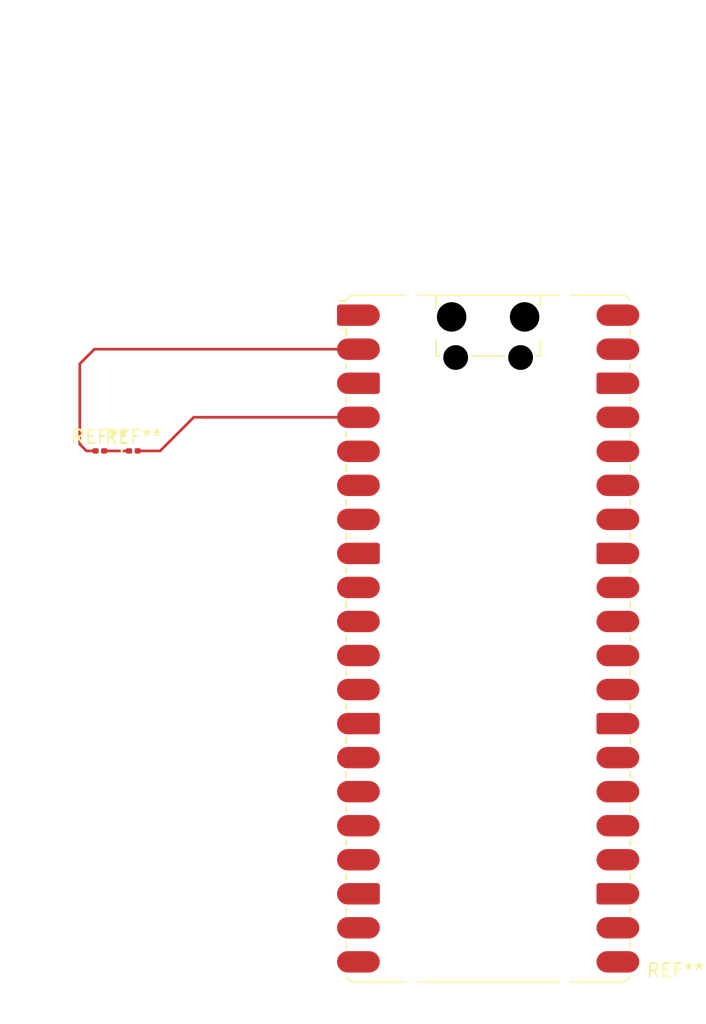
<source format=kicad_pcb>
(kicad_pcb (version 20241229) (generator "pcbnew") (generator_version "9.0")
  (layers (0 "F.Cu" signal) (2 "B.Cu" signal) (13 "F.Paste" user) (15 "B.Paste" user) (5 "F.SilkS" user "F.Silkscreen") (7 "B.SilkS" user "B.Silkscreen") (1 "F.Mask" user) (3 "B.Mask" user) (25 "Edge.Cuts" user))
  (net 0 "")
  (footprint "Resistor_SMD:R_0201_0603Metric" (layer "F.Cu") (at 138 73.5)
    (property "Reference" "REF**" (at 0 -1.05 0) (layer "F.SilkS"))
    (property "Value" "R_0201_0603Metric")
    (pad "1" smd roundrect (at -0.32 0) (size 0.46 0.4) (layers "F.Cu" "F.Mask"))
    (pad "2" smd roundrect (at 0.32 0) (size 0.46 0.4) (layers "F.Cu" "F.Mask"))
  )
  (footprint "Module:RaspberryPi_Pico_Common_SMD" (layer "F.Cu") (at 167 87.5)
    (property "Reference" "REF**" (at 11.7475 24.765 0) (layer "F.SilkS") (effects (justify left)))
    (property "Value" "RaspberryPi_Pico_Common_SMD")
    (fp_line (start -10.61 -23.07) (end -11.09 -23.07) (stroke (width 0.12)) (layer "F.SilkS"))
    (fp_line (start -10.61 -23.07) (end -10.61 -22.65) (stroke (width 0.12)) (layer "F.SilkS"))
    (fp_line (start -10.61 -20.53) (end -10.61 -20.11) (stroke (width 0.12)) (layer "F.SilkS"))
    (fp_line (start -10.61 -17.99) (end -10.61 -17.57) (stroke (width 0.12)) (layer "F.SilkS"))
    (fp_line (start -10.61 -15.45) (end -10.61 -15.03) (stroke (width 0.12)) (layer "F.SilkS"))
    (fp_line (start -10.61 -12.91) (end -10.61 -12.49) (stroke (width 0.12)) (layer "F.SilkS"))
    (fp_line (start -10.61 -10.37) (end -10.61 -9.95) (stroke (width 0.12)) (layer "F.SilkS"))
    (fp_line (start -10.61 -7.83) (end -10.61 -7.41) (stroke (width 0.12)) (layer "F.SilkS"))
    (fp_line (start -10.61 -5.29) (end -10.61 -4.87) (stroke (width 0.12)) (layer "F.SilkS"))
    (fp_line (start -10.61 -2.75) (end -10.61 -2.33) (stroke (width 0.12)) (layer "F.SilkS"))
    (fp_line (start -10.61 -0.21) (end -10.61 0.21) (stroke (width 0.12)) (layer "F.SilkS"))
    (fp_line (start -10.61 2.33) (end -10.61 2.75) (stroke (width 0.12)) (layer "F.SilkS"))
    (fp_line (start -10.61 4.87) (end -10.61 5.29) (stroke (width 0.12)) (layer "F.SilkS"))
    (fp_line (start -10.61 7.41) (end -10.61 7.83) (stroke (width 0.12)) (layer "F.SilkS"))
    (fp_line (start -10.61 9.95) (end -10.61 10.37) (stroke (width 0.12)) (layer "F.SilkS"))
    (fp_line (start -10.61 12.49) (end -10.61 12.91) (stroke (width 0.12)) (layer "F.SilkS"))
    (fp_line (start -10.61 15.03) (end -10.61 15.45) (stroke (width 0.12)) (layer "F.SilkS"))
    (fp_line (start -10.61 17.57) (end -10.61 17.99) (stroke (width 0.12)) (layer "F.SilkS"))
    (fp_line (start -10.61 20.11) (end -10.61 20.53) (stroke (width 0.12)) (layer "F.SilkS"))
    (fp_line (start -10.61 22.65) (end -10.61 23.07) (stroke (width 0.12)) (layer "F.SilkS"))
    (fp_line (start -10.579676 -25.19) (end -11.09 -25.19) (stroke (width 0.12)) (layer "F.SilkS"))
    (fp_line (start -10 -25.61) (end -7.51 -25.61) (stroke (width 0.12)) (layer "F.SilkS"))
    (fp_line (start -10 25.61) (end -6.162061 25.61) (stroke (width 0.12)) (layer "F.SilkS"))
    (fp_line (start -7.51 -25.61) (end -6.16206 -25.61) (stroke (width 0.12)) (layer "F.SilkS"))
    (fp_line (start -5.237939 -25.61) (end -4.235 -25.61) (stroke (width 0.12)) (layer "F.SilkS"))
    (fp_line (start -4.235 -25.61) (end 4.235 -25.61) (stroke (width 0.12)) (layer "F.SilkS"))
    (fp_line (start -3.9 -25.61) (end -3.9 -24.694) (stroke (width 0.12)) (layer "F.SilkS"))
    (fp_line (start -3.9 -22.306) (end -3.9 -21.09) (stroke (width 0.12)) (layer "F.SilkS"))
    (fp_line (start -3.9 -21.09) (end -3.60391 -21.09) (stroke (width 0.12)) (layer "F.SilkS"))
    (fp_line (start -3.6 25.61) (end -5.237939 25.61) (stroke (width 0.12)) (layer "F.SilkS"))
    (fp_line (start -1.24609 -21.09) (end 1.24609 -21.09) (stroke (width 0.12)) (layer "F.SilkS"))
    (fp_line (start 3.6 25.61) (end -3.6 25.61) (stroke (width 0.12)) (layer "F.SilkS"))
    (fp_line (start 3.60391 -21.09) (end 3.9 -21.09) (stroke (width 0.12)) (layer "F.SilkS"))
    (fp_line (start 3.9 -25.61) (end 3.9 -24.694) (stroke (width 0.12)) (layer "F.SilkS"))
    (fp_line (start 3.9 -22.306) (end 3.9 -21.09) (stroke (width 0.12)) (layer "F.SilkS"))
    (fp_line (start 4.235 -25.61) (end 5.237939 -25.61) (stroke (width 0.12)) (layer "F.SilkS"))
    (fp_line (start 5.237939 25.61) (end 3.6 25.61) (stroke (width 0.12)) (layer "F.SilkS"))
    (fp_line (start 6.162061 -25.61) (end 7.51 -25.61) (stroke (width 0.12)) (layer "F.SilkS"))
    (fp_line (start 6.162061 25.61) (end 10 25.61) (stroke (width 0.12)) (layer "F.SilkS"))
    (fp_line (start 10 -25.61) (end 7.51 -25.61) (stroke (width 0.12)) (layer "F.SilkS"))
    (fp_line (start 10.61 -23.07) (end 10.61 -22.65) (stroke (width 0.12)) (layer "F.SilkS"))
    (fp_line (start 10.61 -20.53) (end 10.61 -20.11) (stroke (width 0.12)) (layer "F.SilkS"))
    (fp_line (start 10.61 -17.99) (end 10.61 -17.57) (stroke (width 0.12)) (layer "F.SilkS"))
    (fp_line (start 10.61 -15.45) (end 10.61 -15.03) (stroke (width 0.12)) (layer "F.SilkS"))
    (fp_line (start 10.61 -12.91) (end 10.61 -12.49) (stroke (width 0.12)) (layer "F.SilkS"))
    (fp_line (start 10.61 -10.37) (end 10.61 -9.95) (stroke (width 0.12)) (layer "F.SilkS"))
    (fp_line (start 10.61 -7.83) (end 10.61 -7.41) (stroke (width 0.12)) (layer "F.SilkS"))
    (fp_line (start 10.61 -5.29) (end 10.61 -4.87) (stroke (width 0.12)) (layer "F.SilkS"))
    (fp_line (start 10.61 -2.75) (end 10.61 -2.33) (stroke (width 0.12)) (layer "F.SilkS"))
    (fp_line (start 10.61 -0.21) (end 10.61 0.21) (stroke (width 0.12)) (layer "F.SilkS"))
    (fp_line (start 10.61 2.33) (end 10.61 2.75) (stroke (width 0.12)) (layer "F.SilkS"))
    (fp_line (start 10.61 4.87) (end 10.61 5.29) (stroke (width 0.12)) (layer "F.SilkS"))
    (fp_line (start 10.61 7.41) (end 10.61 7.83) (stroke (width 0.12)) (layer "F.SilkS"))
    (fp_line (start 10.61 9.95) (end 10.61 10.37) (stroke (width 0.12)) (layer "F.SilkS"))
    (fp_line (start 10.61 12.49) (end 10.61 12.91) (stroke (width 0.12)) (layer "F.SilkS"))
    (fp_line (start 10.61 15.03) (end 10.61 15.45) (stroke (width 0.12)) (layer "F.SilkS"))
    (fp_line (start 10.61 17.57) (end 10.61 17.99) (stroke (width 0.12)) (layer "F.SilkS"))
    (fp_line (start 10.61 20.11) (end 10.61 20.53) (stroke (width 0.12)) (layer "F.SilkS"))
    (fp_line (start 10.61 22.65) (end 10.61 23.07) (stroke (width 0.12)) (layer "F.SilkS"))
    (fp_arc (start -10.579676 -25.19) (mid -10.357938 -25.493944) (end -10 -25.61) (stroke (width 0.12)) (layer "F.SilkS"))
    (fp_arc (start -10 25.61) (mid -10.357937 25.493944) (end -10.579676 25.189937) (stroke (width 0.12)) (layer "F.SilkS"))
    (fp_arc (start 10 -25.61) (mid 10.357937 -25.493944) (end 10.579676 -25.189937) (stroke (width 0.12)) (layer "F.SilkS"))
    (fp_arc (start 10.579676 25.189937) (mid 10.357946 25.493957) (end 10 25.61) (stroke (width 0.12)) (layer "F.SilkS"))
    (pad "" smd rect (at -8.89 -24.13) (size 3.8 2.2) (drill (offset -0.8 0)) (layers "F.Paste"))
    (pad "" smd rect (at -8.89 -21.59) (size 3.8 2.2) (drill (offset -0.8 0)) (layers "F.Paste"))
    (pad "" smd rect (at -8.89 -19.05) (size 3.8 2.2) (drill (offset -0.8 0)) (layers "F.Paste"))
    (pad "" smd rect (at -8.89 -16.51) (size 3.8 2.2) (drill (offset -0.8 0)) (layers "F.Paste"))
    (pad "" smd rect (at -8.89 -13.97) (size 3.8 2.2) (drill (offset -0.8 0)) (layers "F.Paste"))
    (pad "" smd rect (at -8.89 -11.43) (size 3.8 2.2) (drill (offset -0.8 0)) (layers "F.Paste"))
    (pad "" smd rect (at -8.89 -8.89) (size 3.8 2.2) (drill (offset -0.8 0)) (layers "F.Paste"))
    (pad "" smd rect (at -8.89 -6.35) (size 3.8 2.2) (drill (offset -0.8 0)) (layers "F.Paste"))
    (pad "" smd rect (at -8.89 -3.81) (size 3.8 2.2) (drill (offset -0.8 0)) (layers "F.Paste"))
    (pad "" smd rect (at -8.89 -1.27) (size 3.8 2.2) (drill (offset -0.8 0)) (layers "F.Paste"))
    (pad "" smd rect (at -8.89 1.27) (size 3.8 2.2) (drill (offset -0.8 0)) (layers "F.Paste"))
    (pad "" smd rect (at -8.89 3.81) (size 3.8 2.2) (drill (offset -0.8 0)) (layers "F.Paste"))
    (pad "" smd rect (at -8.89 6.35) (size 3.8 2.2) (drill (offset -0.8 0)) (layers "F.Paste"))
    (pad "" smd rect (at -8.89 8.89) (size 3.8 2.2) (drill (offset -0.8 0)) (layers "F.Paste"))
    (pad "" smd rect (at -8.89 11.43) (size 3.8 2.2) (drill (offset -0.8 0)) (layers "F.Paste"))
    (pad "" smd rect (at -8.89 13.97) (size 3.8 2.2) (drill (offset -0.8 0)) (layers "F.Paste"))
    (pad "" smd rect (at -8.89 16.51) (size 3.8 2.2) (drill (offset -0.8 0)) (layers "F.Paste"))
    (pad "" smd rect (at -8.89 19.05) (size 3.8 2.2) (drill (offset -0.8 0)) (layers "F.Paste"))
    (pad "" smd rect (at -8.89 21.59) (size 3.8 2.2) (drill (offset -0.8 0)) (layers "F.Paste"))
    (pad "" smd rect (at -8.89 24.13) (size 3.8 2.2) (drill (offset -0.8 0)) (layers "F.Paste"))
    (pad "" np_thru_hole circle (at -2.725 -24) (size 2.2 2.2) (drill 2.2) (layers "*.Mask"))
    (pad "" np_thru_hole circle (at -2.425 -20.97) (size 1.85 1.85) (drill 1.85) (layers "*.Mask"))
    (pad "" np_thru_hole circle (at 2.425 -20.97) (size 1.85 1.85) (drill 1.85) (layers "*.Mask"))
    (pad "" np_thru_hole circle (at 2.725 -24) (size 2.2 2.2) (drill 2.2) (layers "*.Mask"))
    (pad "" smd rect (at 8.89 -24.13) (size 3.8 2.2) (drill (offset 0.8 0)) (layers "F.Paste"))
    (pad "" smd rect (at 8.89 -21.59) (size 3.8 2.2) (drill (offset 0.8 0)) (layers "F.Paste"))
    (pad "" smd rect (at 8.89 -19.05) (size 3.8 2.2) (drill (offset 0.8 0)) (layers "F.Paste"))
    (pad "" smd rect (at 8.89 -16.51) (size 3.8 2.2) (drill (offset 0.8 0)) (layers "F.Paste"))
    (pad "" smd rect (at 8.89 -13.97) (size 3.8 2.2) (drill (offset 0.8 0)) (layers "F.Paste"))
    (pad "" smd rect (at 8.89 -11.43) (size 3.8 2.2) (drill (offset 0.8 0)) (layers "F.Paste"))
    (pad "" smd rect (at 8.89 -8.89) (size 3.8 2.2) (drill (offset 0.8 0)) (layers "F.Paste"))
    (pad "" smd rect (at 8.89 -6.35) (size 3.8 2.2) (drill (offset 0.8 0)) (layers "F.Paste"))
    (pad "" smd rect (at 8.89 -3.81) (size 3.8 2.2) (drill (offset 0.8 0)) (layers "F.Paste"))
    (pad "" smd rect (at 8.89 -1.27) (size 3.8 2.2) (drill (offset 0.8 0)) (layers "F.Paste"))
    (pad "" smd rect (at 8.89 1.27) (size 3.8 2.2) (drill (offset 0.8 0)) (layers "F.Paste"))
    (pad "" smd rect (at 8.89 3.81) (size 3.8 2.2) (drill (offset 0.8 0)) (layers "F.Paste"))
    (pad "" smd rect (at 8.89 6.35) (size 3.8 2.2) (drill (offset 0.8 0)) (layers "F.Paste"))
    (pad "" smd rect (at 8.89 8.89) (size 3.8 2.2) (drill (offset 0.8 0)) (layers "F.Paste"))
    (pad "" smd rect (at 8.89 11.43) (size 3.8 2.2) (drill (offset 0.8 0)) (layers "F.Paste"))
    (pad "" smd rect (at 8.89 13.97) (size 3.8 2.2) (drill (offset 0.8 0)) (layers "F.Paste"))
    (pad "" smd rect (at 8.89 16.51) (size 3.8 2.2) (drill (offset 0.8 0)) (layers "F.Paste"))
    (pad "" smd rect (at 8.89 19.05) (size 3.8 2.2) (drill (offset 0.8 0)) (layers "F.Paste"))
    (pad "" smd rect (at 8.89 21.59) (size 3.8 2.2) (drill (offset 0.8 0)) (layers "F.Paste"))
    (pad "" smd rect (at 8.89 24.13) (size 3.8 2.2) (drill (offset 0.8 0)) (layers "F.Paste"))
    (pad "1" smd custom (at -9.69 -24.13) (size 1.6 0.8) (layers "F.Cu" "F.Mask") (options (clearance outline) (anchor rect)) (primitives (gr_circle (center 0.8 0) (end 1.6 0) (width 0) (fill yes)) (gr_poly (pts (xy -1.6 -0.6) (xy -1.6 0.6) (xy -1.4 0.8) (xy 0.8 0.8) (xy 0.8 -0.8) (xy -1.4 -0.8)) (width 0) (fill yes)) (gr_circle (center -1.4 -0.6) (end -1.2 -0.6) (width 0) (fill yes)) (gr_circle (center -1.4 0.6) (end -1.2 0.6) (width 0) (fill yes))))
    (pad "2" smd roundrect (at -9.69 -21.59) (size 3.2 1.6) (layers "F.Cu" "F.Mask") (roundrect_rratio 0.5))
    (pad "3" smd custom (at -9.69 -19.05) (size 1.6 0.8) (layers "F.Cu" "F.Mask") (options (clearance outline) (anchor rect)) (primitives (gr_circle (center -0.8 0) (end 0 0) (width 0) (fill yes)) (gr_poly (pts (xy 1.6 -0.6) (xy 1.6 0.6) (xy 1.4 0.8) (xy -0.8 0.8) (xy -0.8 -0.8) (xy 1.4 -0.8)) (width 0) (fill yes)) (gr_circle (center 1.4 -0.6) (end 1.6 -0.6) (width 0) (fill yes)) (gr_circle (center 1.4 0.6) (end 1.6 0.6) (width 0) (fill yes))))
    (pad "4" smd roundrect (at -9.69 -16.51) (size 3.2 1.6) (layers "F.Cu" "F.Mask") (roundrect_rratio 0.5))
    (pad "5" smd roundrect (at -9.69 -13.97) (size 3.2 1.6) (layers "F.Cu" "F.Mask") (roundrect_rratio 0.5))
    (pad "6" smd roundrect (at -9.69 -11.43) (size 3.2 1.6) (layers "F.Cu" "F.Mask") (roundrect_rratio 0.5))
    (pad "7" smd roundrect (at -9.69 -8.89) (size 3.2 1.6) (layers "F.Cu" "F.Mask") (roundrect_rratio 0.5))
    (pad "8" smd custom (at -9.69 -6.35) (size 1.6 0.8) (layers "F.Cu" "F.Mask") (options (clearance outline) (anchor rect)) (primitives (gr_circle (center -0.8 0) (end 0 0) (width 0) (fill yes)) (gr_poly (pts (xy 1.6 -0.6) (xy 1.6 0.6) (xy 1.4 0.8) (xy -0.8 0.8) (xy -0.8 -0.8) (xy 1.4 -0.8)) (width 0) (fill yes)) (gr_circle (center 1.4 -0.6) (end 1.6 -0.6) (width 0) (fill yes)) (gr_circle (center 1.4 0.6) (end 1.6 0.6) (width 0) (fill yes))))
    (pad "9" smd roundrect (at -9.69 -3.81) (size 3.2 1.6) (layers "F.Cu" "F.Mask") (roundrect_rratio 0.5))
    (pad "10" smd roundrect (at -9.69 -1.27) (size 3.2 1.6) (layers "F.Cu" "F.Mask") (roundrect_rratio 0.5))
    (pad "11" smd roundrect (at -9.69 1.27) (size 3.2 1.6) (layers "F.Cu" "F.Mask") (roundrect_rratio 0.5))
    (pad "12" smd roundrect (at -9.69 3.81) (size 3.2 1.6) (layers "F.Cu" "F.Mask") (roundrect_rratio 0.5))
    (pad "13" smd custom (at -9.69 6.35) (size 1.6 0.8) (layers "F.Cu" "F.Mask") (options (clearance outline) (anchor rect)) (primitives (gr_circle (center -0.8 0) (end 0 0) (width 0) (fill yes)) (gr_poly (pts (xy 1.6 -0.6) (xy 1.6 0.6) (xy 1.4 0.8) (xy -0.8 0.8) (xy -0.8 -0.8) (xy 1.4 -0.8)) (width 0) (fill yes)) (gr_circle (center 1.4 -0.6) (end 1.6 -0.6) (width 0) (fill yes)) (gr_circle (center 1.4 0.6) (end 1.6 0.6) (width 0) (fill yes))))
    (pad "14" smd roundrect (at -9.69 8.89) (size 3.2 1.6) (layers "F.Cu" "F.Mask") (roundrect_rratio 0.5))
    (pad "15" smd roundrect (at -9.69 11.43) (size 3.2 1.6) (layers "F.Cu" "F.Mask") (roundrect_rratio 0.5))
    (pad "16" smd roundrect (at -9.69 13.97) (size 3.2 1.6) (layers "F.Cu" "F.Mask") (roundrect_rratio 0.5))
    (pad "17" smd roundrect (at -9.69 16.51) (size 3.2 1.6) (layers "F.Cu" "F.Mask") (roundrect_rratio 0.5))
    (pad "18" smd custom (at -9.69 19.05) (size 1.6 0.8) (layers "F.Cu" "F.Mask") (options (clearance outline) (anchor rect)) (primitives (gr_circle (center -0.8 0) (end 0 0) (width 0) (fill yes)) (gr_poly (pts (xy 1.6 -0.6) (xy 1.6 0.6) (xy 1.4 0.8) (xy -0.8 0.8) (xy -0.8 -0.8) (xy 1.4 -0.8)) (width 0) (fill yes)) (gr_circle (center 1.4 -0.6) (end 1.6 -0.6) (width 0) (fill yes)) (gr_circle (center 1.4 0.6) (end 1.6 0.6) (width 0) (fill yes))))
    (pad "19" smd roundrect (at -9.69 21.59) (size 3.2 1.6) (layers "F.Cu" "F.Mask") (roundrect_rratio 0.5))
    (pad "20" smd roundrect (at -9.69 24.13) (size 3.2 1.6) (layers "F.Cu" "F.Mask") (roundrect_rratio 0.5))
    (pad "21" smd roundrect (at 9.69 24.13) (size 3.2 1.6) (layers "F.Cu" "F.Mask") (roundrect_rratio 0.5))
    (pad "22" smd roundrect (at 9.69 21.59) (size 3.2 1.6) (layers "F.Cu" "F.Mask") (roundrect_rratio 0.5))
    (pad "23" smd custom (at 9.69 19.05) (size 1.6 0.8) (layers "F.Cu" "F.Mask") (options (clearance outline) (anchor rect)) (primitives (gr_circle (center 0.8 0) (end 1.6 0) (width 0) (fill yes)) (gr_poly (pts (xy -1.6 -0.6) (xy -1.6 0.6) (xy -1.4 0.8) (xy 0.8 0.8) (xy 0.8 -0.8) (xy -1.4 -0.8)) (width 0) (fill yes)) (gr_circle (center -1.4 -0.6) (end -1.2 -0.6) (width 0) (fill yes)) (gr_circle (center -1.4 0.6) (end -1.2 0.6) (width 0) (fill yes))))
    (pad "24" smd roundrect (at 9.69 16.51) (size 3.2 1.6) (layers "F.Cu" "F.Mask") (roundrect_rratio 0.5))
    (pad "25" smd roundrect (at 9.69 13.97) (size 3.2 1.6) (layers "F.Cu" "F.Mask") (roundrect_rratio 0.5))
    (pad "26" smd roundrect (at 9.69 11.43) (size 3.2 1.6) (layers "F.Cu" "F.Mask") (roundrect_rratio 0.5))
    (pad "27" smd roundrect (at 9.69 8.89) (size 3.2 1.6) (layers "F.Cu" "F.Mask") (roundrect_rratio 0.5))
    (pad "28" smd custom (at 9.69 6.35) (size 1.6 0.8) (layers "F.Cu" "F.Mask") (options (clearance outline) (anchor rect)) (primitives (gr_circle (center 0.8 0) (end 1.6 0) (width 0) (fill yes)) (gr_poly (pts (xy -1.6 -0.6) (xy -1.6 0.6) (xy -1.4 0.8) (xy 0.8 0.8) (xy 0.8 -0.8) (xy -1.4 -0.8)) (width 0) (fill yes)) (gr_circle (center -1.4 -0.6) (end -1.2 -0.6) (width 0) (fill yes)) (gr_circle (center -1.4 0.6) (end -1.2 0.6) (width 0) (fill yes))))
    (pad "29" smd roundrect (at 9.69 3.81) (size 3.2 1.6) (layers "F.Cu" "F.Mask") (roundrect_rratio 0.5))
    (pad "30" smd roundrect (at 9.69 1.27) (size 3.2 1.6) (layers "F.Cu" "F.Mask") (roundrect_rratio 0.5))
    (pad "31" smd roundrect (at 9.69 -1.27) (size 3.2 1.6) (layers "F.Cu" "F.Mask") (roundrect_rratio 0.5))
    (pad "32" smd roundrect (at 9.69 -3.81) (size 3.2 1.6) (layers "F.Cu" "F.Mask") (roundrect_rratio 0.5))
    (pad "33" smd custom (at 9.69 -6.35) (size 1.6 0.8) (layers "F.Cu" "F.Mask") (options (clearance outline) (anchor rect)) (primitives (gr_circle (center 0.8 0) (end 1.6 0) (width 0) (fill yes)) (gr_poly (pts (xy -1.6 -0.6) (xy -1.6 0.6) (xy -1.4 0.8) (xy 0.8 0.8) (xy 0.8 -0.8) (xy -1.4 -0.8)) (width 0) (fill yes)) (gr_circle (center -1.4 -0.6) (end -1.2 -0.6) (width 0) (fill yes)) (gr_circle (center -1.4 0.6) (end -1.2 0.6) (width 0) (fill yes))))
    (pad "34" smd roundrect (at 9.69 -8.89) (size 3.2 1.6) (layers "F.Cu" "F.Mask") (roundrect_rratio 0.5))
    (pad "35" smd roundrect (at 9.69 -11.43) (size 3.2 1.6) (layers "F.Cu" "F.Mask") (roundrect_rratio 0.5))
    (pad "36" smd roundrect (at 9.69 -13.97) (size 3.2 1.6) (layers "F.Cu" "F.Mask") (roundrect_rratio 0.5))
    (pad "37" smd roundrect (at 9.69 -16.51) (size 3.2 1.6) (layers "F.Cu" "F.Mask") (roundrect_rratio 0.5))
    (pad "38" smd custom (at 9.69 -19.05) (size 1.6 0.8) (layers "F.Cu" "F.Mask") (options (clearance outline) (anchor rect)) (primitives (gr_circle (center 0.8 0) (end 1.6 0) (width 0) (fill yes)) (gr_poly (pts (xy -1.6 -0.6) (xy -1.6 0.6) (xy -1.4 0.8) (xy 0.8 0.8) (xy 0.8 -0.8) (xy -1.4 -0.8)) (width 0) (fill yes)) (gr_circle (center -1.4 -0.6) (end -1.2 -0.6) (width 0) (fill yes)) (gr_circle (center -1.4 0.6) (end -1.2 0.6) (width 0) (fill yes))))
    (pad "39" smd roundrect (at 9.69 -21.59) (size 3.2 1.6) (layers "F.Cu" "F.Mask") (roundrect_rratio 0.5))
    (pad "40" smd roundrect (at 9.69 -24.13) (size 3.2 1.6) (layers "F.Cu" "F.Mask") (roundrect_rratio 0.5))
  )
  (footprint "LED_SMD:LED_0201_0603Metric" (layer "F.Cu") (at 140.5 73.5)
    (property "Reference" "REF**" (at 0 -1.05 0) (layer "F.SilkS"))
    (property "Value" "LED_0201_0603Metric")
    (fp_circle (center -0.86 0) (end -0.81 0) (stroke (width 0.1)) (fill no) (layer "F.SilkS"))
    (pad "1" smd roundrect (at -0.32 0) (size 0.46 0.4) (layers "F.Cu" "F.Mask"))
    (pad "2" smd roundrect (at 0.32 0) (size 0.46 0.4) (layers "F.Cu" "F.Mask"))
  )
  (segment (start 136.5 67) (end 137.59 65.91) (width 0.2) (layer "F.Cu") (net 0))
  (segment (start 157.31 70.99) (end 145.01 70.99) (width 0.2) (layer "F.Cu") (net 0))
  (segment (start 137.59 65.91) (end 157.31 65.91) (width 0.2) (layer "F.Cu") (net 0))
  (segment (start 136.5 73) (end 136.5 67) (width 0.2) (layer "F.Cu") (net 0))
  (segment (start 137.68 73.5) (end 137 73.5) (width 0.2) (layer "F.Cu") (net 0))
  (segment (start 137 73.5) (end 136.5 73) (width 0.2) (layer "F.Cu") (net 0))
  (segment (start 140.18 73.5) (end 138.32 73.5) (width 0.2) (layer "F.Cu") (net 0))
  (segment (start 142.5 73.5) (end 140.82 73.5) (width 0.2) (layer "F.Cu") (net 0))
  (segment (start 145.01 70.99) (end 142.5 73.5) (width 0.2) (layer "F.Cu") (net 0))
)
</source>
